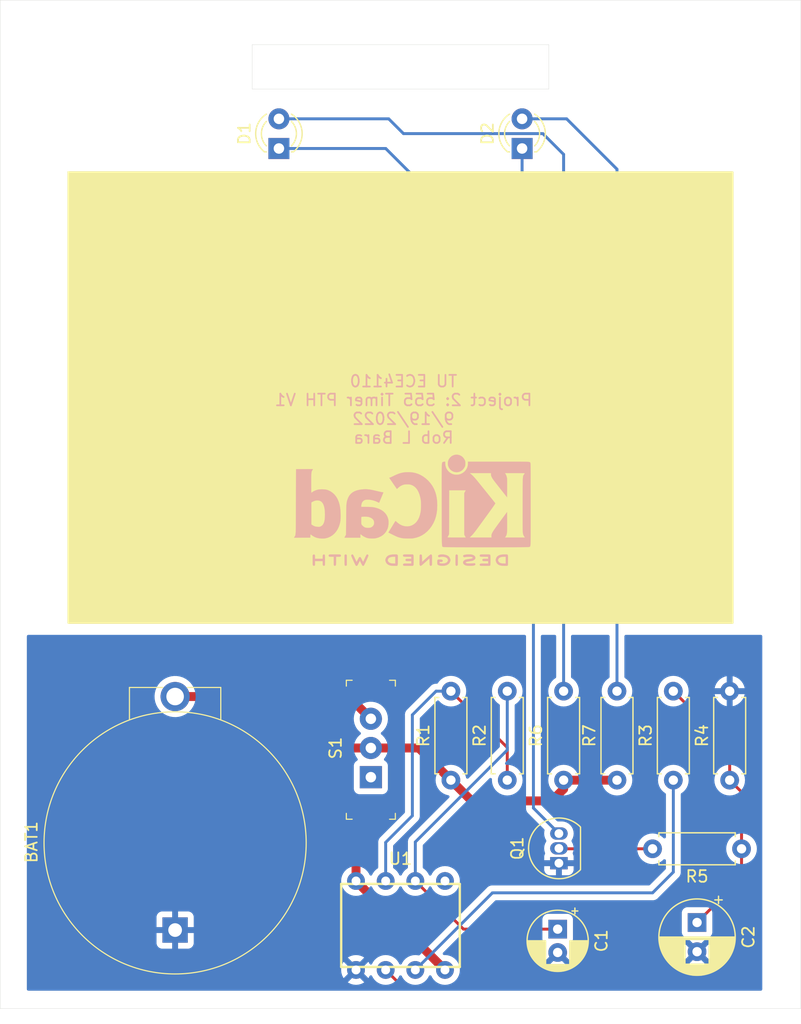
<source format=kicad_pcb>
(kicad_pcb (version 20211014) (generator pcbnew)
  (layers (0 "F.Cu" signal) (31 "B.Cu" signal) (34 "B.Paste" user) (35 "F.Paste" user) (36 "B.SilkS" user "B.Silkscreen") (37 "F.SilkS" user "F.Silkscreen") (38 "B.Mask" user) (39 "F.Mask" user) (44 "Edge.Cuts" user))
  (net 0 "")
  (net 1 "GND")
  (net 2 "Net-(BAT1-PadPos)")
  (net 3 "Net-(C1-Pad1)")
  (net 4 "Net-(C2-Pad1)")
  (net 5 "Net-(D1-Pad1)")
  (net 6 "Net-(D1-Pad2)")
  (net 7 "Net-(D2-Pad2)")
  (net 8 "Net-(Q1-Pad2)")
  (net 9 "VCC")
  (net 10 "Net-(R1-Pad2)")
  (net 11 "Net-(R3-Pad1)")
  (footprint "Resistor_THT:R_Axial_DIN0207_L6.3mm_D2.5mm_P7.62mm_Horizontal" (layer "F.Cu") (at 171.45 94.272 180)
    (fp_text reference "R5" (at 3.81 -2.37) (layer "F.SilkS"))
    (fp_text value "10k")
    (pad "1" thru_hole circle (at 0 0 180) (size 1.6 1.6) (drill 0.8) (layers *.Cu *.Mask) (net 4 "Net-(C2-Pad1)"))
    (pad "2" thru_hole oval (at 7.62 0 180) (size 1.6 1.6) (drill 0.8) (layers *.Cu *.Mask) (net 8 "Net-(Q1-Pad2)"))
  )
  (footprint "Resistor_THT:R_Axial_DIN0207_L6.3mm_D2.5mm_P7.62mm_Horizontal" (layer "F.Cu") (at 156.21 88.392 90)
    (fp_text reference "R6" (at 3.81 -2.37 90) (layer "F.SilkS"))
    (fp_text value "100")
    (pad "1" thru_hole circle (at 0 0 90) (size 1.6 1.6) (drill 0.8) (layers *.Cu *.Mask) (net 9 "VCC"))
    (pad "2" thru_hole oval (at 7.62 0 90) (size 1.6 1.6) (drill 0.8) (layers *.Cu *.Mask) (net 6 "Net-(D1-Pad2)"))
  )
  (footprint "Capacitor_THT:CP_Radial_D5.0mm_P2.00mm" (layer "F.Cu") (at 155.702 101.152888 -90)
    (fp_text reference "C1" (at 1 -3.75 90) (layer "F.SilkS"))
    (fp_text value "10uF")
    (pad "1" thru_hole rect (at 0 0 270) (size 1.6 1.6) (drill 0.8) (layers *.Cu *.Mask) (net 3 "Net-(C1-Pad1)"))
    (pad "2" thru_hole circle (at 2 0 270) (size 1.6 1.6) (drill 0.8) (layers *.Cu *.Mask) (net 1 "GND"))
  )
  (footprint "Resistor_THT:R_Axial_DIN0207_L6.3mm_D2.5mm_P7.62mm_Horizontal" (layer "F.Cu") (at 160.782 88.392 90)
    (fp_text reference "R7" (at 3.81 -2.37 90) (layer "F.SilkS"))
    (fp_text value "100")
    (pad "1" thru_hole circle (at 0 0 90) (size 1.6 1.6) (drill 0.8) (layers *.Cu *.Mask) (net 9 "VCC"))
    (pad "2" thru_hole oval (at 7.62 0 90) (size 1.6 1.6) (drill 0.8) (layers *.Cu *.Mask) (net 7 "Net-(D2-Pad2)"))
  )
  (footprint "digikey-footprints:Battery_Holder_Coin_2032_BS-7" (layer "F.Cu") (at 122.936 101.2317 90)
    (fp_text reference "BAT1" (at 7.52856 -12.3063 90) (layer "F.SilkS"))
    (fp_text value "BS-7")
    (pad "Neg" thru_hole rect locked (at 0 0 90) (size 2.17 2.17) (drill 1.17) (layers *.Cu *.Mask) (net 1 "GND"))
    (pad "Pos" thru_hole circle locked (at 20 0 90) (size 2.5 2.5) (drill 1.5) (layers *.Cu *.Mask) (net 2 "Net-(BAT1-PadPos)"))
  )
  (footprint "Resistor_THT:R_Axial_DIN0207_L6.3mm_D2.5mm_P7.62mm_Horizontal" (layer "F.Cu") (at 146.558 88.392 90)
    (fp_text reference "R1" (at 3.81 -2.37 90) (layer "F.SilkS"))
    (fp_text value "22k")
    (pad "1" thru_hole circle (at 0 0 90) (size 1.6 1.6) (drill 0.8) (layers *.Cu *.Mask) (net 9 "VCC"))
    (pad "2" thru_hole oval (at 7.62 0 90) (size 1.6 1.6) (drill 0.8) (layers *.Cu *.Mask) (net 10 "Net-(R1-Pad2)"))
  )
  (footprint "Package_TO_SOT_THT:TO-92_Inline" (layer "F.Cu") (at 155.808 95.504 90)
    (fp_text reference "Q1" (at 1.27 -3.56 90) (layer "F.SilkS"))
    (fp_text value "2N3904")
    (pad "1" thru_hole rect (at 0 0 90) (size 1.05 1.5) (drill 0.75) (layers *.Cu *.Mask) (net 1 "GND"))
    (pad "2" thru_hole oval (at 1.27 0 90) (size 1.05 1.5) (drill 0.75) (layers *.Cu *.Mask) (net 8 "Net-(Q1-Pad2)"))
    (pad "3" thru_hole oval (at 2.54 0 90) (size 1.05 1.5) (drill 0.75) (layers *.Cu *.Mask) (net 5 "Net-(D1-Pad1)"))
  )
  (footprint "LED_THT:LED_D3.0mm" (layer "F.Cu") (at 152.654 34.295 90)
    (fp_text reference "D2" (at 1.27 -2.96 90) (layer "F.SilkS"))
    (fp_text value "RED")
    (pad "1" thru_hole rect (at 0 0 90) (size 1.8 1.8) (drill 0.9) (layers *.Cu *.Mask) (net 5 "Net-(D1-Pad1)"))
    (pad "2" thru_hole circle (at 2.54 0 90) (size 1.8 1.8) (drill 0.9) (layers *.Cu *.Mask) (net 7 "Net-(D2-Pad2)"))
  )
  (footprint "Resistor_THT:R_Axial_DIN0207_L6.3mm_D2.5mm_P7.62mm_Horizontal" (layer "F.Cu") (at 170.434 88.392 90)
    (fp_text reference "R4" (at 3.81 -2.37 90) (layer "F.SilkS"))
    (fp_text value "100k")
    (pad "1" thru_hole circle (at 0 0 90) (size 1.6 1.6) (drill 0.8) (layers *.Cu *.Mask) (net 4 "Net-(C2-Pad1)"))
    (pad "2" thru_hole oval (at 7.62 0 90) (size 1.6 1.6) (drill 0.8) (layers *.Cu *.Mask) (net 1 "GND"))
  )
  (footprint "LED_THT:LED_D3.0mm" (layer "F.Cu") (at 131.826 34.295 90)
    (fp_text reference "D1" (at 1.27 -2.96 90) (layer "F.SilkS"))
    (fp_text value "RED")
    (pad "1" thru_hole rect (at 0 0 90) (size 1.8 1.8) (drill 0.9) (layers *.Cu *.Mask) (net 5 "Net-(D1-Pad1)"))
    (pad "2" thru_hole circle (at 2.54 0 90) (size 1.8 1.8) (drill 0.9) (layers *.Cu *.Mask) (net 6 "Net-(D1-Pad2)"))
  )
  (footprint "Project 2 555 Timer PTH:ICM7555-PDIP" (layer "F.Cu") (at 142.24 100.838)
    (fp_text reference "U1" (at 0 -5.715 unlocked) (layer "F.SilkS"))
    (fp_text value "7555")
    (pad "1" thru_hole circle (at -3.81 3.81) (size 1.524 1.524) (drill 0.762) (layers *.Cu *.Mask) (net 1 "GND"))
    (pad "2" thru_hole circle (at -1.27 3.81) (size 1.524 1.524) (drill 0.762) (layers *.Cu *.Mask) (net 3 "Net-(C1-Pad1)"))
    (pad "3" thru_hole circle (at 1.27 3.81) (size 1.524 1.524) (drill 0.762) (layers *.Cu *.Mask) (net 11 "Net-(R3-Pad1)"))
    (pad "4" thru_hole circle (at 3.81 3.81) (size 1.524 1.524) (drill 0.762) (layers *.Cu *.Mask) (net 9 "VCC"))
    (pad "5" thru_hole circle (at 3.81 -3.81) (size 1.524 1.524) (drill 0.762) (layers *.Cu *.Mask))
    (pad "6" thru_hole circle (at 1.27 -3.81) (size 1.524 1.524) (drill 0.762) (layers *.Cu *.Mask) (net 3 "Net-(C1-Pad1)"))
    (pad "7" thru_hole circle (at -1.27 -3.81) (size 1.524 1.524) (drill 0.762) (layers *.Cu *.Mask) (net 10 "Net-(R1-Pad2)"))
    (pad "8" thru_hole circle (at -3.81 -3.81) (size 1.524 1.524) (drill 0.762) (layers *.Cu *.Mask) (net 9 "VCC"))
  )
  (footprint "digikey-footprints:Switch_Slide_11.6x4mm_EG1218" (layer "F.Cu") (at 139.7 88.138 90)
    (fp_text reference "S1" (at 2.49 -3.02 90) (layer "F.SilkS"))
    (fp_text value "EG1218")
    (pad "1" thru_hole rect locked (at 0 0 90) (size 1.9 1.9) (drill 0.9) (layers *.Cu *.Mask))
    (pad "2" thru_hole circle locked (at 2.5 0 90) (size 1.9 1.9) (drill 0.9) (layers *.Cu *.Mask) (net 9 "VCC"))
    (pad "3" thru_hole circle locked (at 5 0 90) (size 1.9 1.9) (drill 0.9) (layers *.Cu *.Mask) (net 2 "Net-(BAT1-PadPos)"))
  )
  (footprint "Capacitor_THT:CP_Radial_D6.3mm_P2.50mm" (layer "F.Cu") (at 167.64 100.584 -90)
    (fp_text reference "C2" (at 1.25 -4.4 90) (layer "F.SilkS"))
    (fp_text value "100uF")
    (pad "1" thru_hole rect (at 0 0 270) (size 1.6 1.6) (drill 0.8) (layers *.Cu *.Mask) (net 4 "Net-(C2-Pad1)"))
    (pad "2" thru_hole circle (at 2.5 0 270) (size 1.6 1.6) (drill 0.8) (layers *.Cu *.Mask) (net 1 "GND"))
  )
  (footprint "Resistor_THT:R_Axial_DIN0207_L6.3mm_D2.5mm_P7.62mm_Horizontal" (layer "F.Cu") (at 151.384 88.392 90)
    (fp_text reference "R2" (at 3.81 -2.37 90) (layer "F.SilkS"))
    (fp_text value "330k")
    (pad "1" thru_hole circle (at 0 0 90) (size 1.6 1.6) (drill 0.8) (layers *.Cu *.Mask) (net 10 "Net-(R1-Pad2)"))
    (pad "2" thru_hole oval (at 7.62 0 90) (size 1.6 1.6) (drill 0.8) (layers *.Cu *.Mask) (net 3 "Net-(C1-Pad1)"))
  )
  (footprint "Resistor_THT:R_Axial_DIN0207_L6.3mm_D2.5mm_P7.62mm_Horizontal" (layer "F.Cu") (at 165.608 88.392 90)
    (fp_text reference "R3" (at 3.81 -2.37 90) (layer "F.SilkS"))
    (fp_text value "22k")
    (pad "1" thru_hole circle (at 0 0 90) (size 1.6 1.6) (drill 0.8) (layers *.Cu *.Mask) (net 11 "Net-(R3-Pad1)"))
    (pad "2" thru_hole oval (at 7.62 0 90) (size 1.6 1.6) (drill 0.8) (layers *.Cu *.Mask) (net 4 "Net-(C2-Pad1)"))
  )
  (footprint "Symbol:KiCad-Logo2_8mm_SilkScreen" (layer "B.Cu") (at 143.265893 64.454424 180)
    (fp_text reference "REF**" hide)
    (fp_text value "KiCad-Logo2_8mm_SilkScreen" hide)
  )
  (gr_rect (start 113.792 36.322) (end 170.688 74.93) (layer "F.SilkS") (width 0.15) (fill none))
  (gr_line (start 107.95 21.59) (end 107.95 107.95) (layer "Edge.Cuts") (width 0.0254))
  (gr_line (start 176.53 21.59) (end 176.53 107.95) (layer "Edge.Cuts") (width 0.0254))
  (gr_line (start 107.95 107.95) (end 176.53 107.95) (layer "Edge.Cuts") (width 0.0254))
  (gr_line (start 129.54 29.21) (end 154.94 29.21) (layer "Edge.Cuts") (width 0.0254))
  (gr_line (start 129.54 25.4) (end 154.94 25.4) (layer "Edge.Cuts") (width 0.0254))
  (gr_line (start 154.94 25.4) (end 154.94 29.21) (layer "Edge.Cuts") (width 0.0254))
  (gr_line (start 129.54 25.4) (end 129.54 29.21) (layer "Edge.Cuts") (width 0.0254))
  (gr_line (start 107.95 21.59) (end 176.53 21.59) (layer "Edge.Cuts") (width 0.0254))
  (gr_text "TU ECE4110\nProject 2: 555 Timer PTH V1\n9/19/2022\nRob L Bara" (at 142.494 56.642) (layer "B.SilkS") (effects (font (size 1 1)) (justify mirror)))
  (segment (start 122.936 81.2317) (end 137.7937 81.2317) (width 0.762) (layer "F.Cu") (net 2))
  (segment (start 137.7937 81.2317) (end 139.7 83.138) (width 0.762) (layer "F.Cu") (net 2))
  (segment (start 143.51 97.028) (end 147.634888 101.152888) (width 0.25) (layer "F.Cu") (net 3))
  (segment (start 142.494 106.172) (end 147.695776 106.172) (width 0.25) (layer "F.Cu") (net 3))
  (segment (start 147.695776 106.172) (end 152.714888 101.152888) (width 0.25) (layer "F.Cu") (net 3))
  (segment (start 140.97 104.648) (end 142.494 106.172) (width 0.25) (layer "F.Cu") (net 3))
  (segment (start 147.634888 101.152888) (end 152.714888 101.152888) (width 0.25) (layer "F.Cu") (net 3))
  (segment (start 152.714888 101.152888) (end 155.702 101.152888) (width 0.25) (layer "F.Cu") (net 3))
  (segment (start 151.384 80.772) (end 151.384 85.814602) (width 0.25) (layer "B.Cu") (net 3))
  (segment (start 151.384 85.814602) (end 143.51 93.688602) (width 0.25) (layer "B.Cu") (net 3))
  (segment (start 143.51 93.688602) (end 143.51 97.028) (width 0.25) (layer "B.Cu") (net 3))
  (segment (start 171.45 89.408) (end 170.434 88.392) (width 0.25) (layer "F.Cu") (net 4))
  (segment (start 170.434 85.598) (end 170.434 88.392) (width 0.25) (layer "F.Cu") (net 4))
  (segment (start 165.608 80.772) (end 170.434 85.598) (width 0.25) (layer "F.Cu") (net 4))
  (segment (start 171.45 94.272) (end 171.45 89.408) (width 0.25) (layer "F.Cu") (net 4))
  (segment (start 167.64 100.584) (end 171.45 96.774) (width 0.25) (layer "F.Cu") (net 4))
  (segment (start 171.45 96.774) (end 171.45 94.272) (width 0.25) (layer "F.Cu") (net 4))
  (segment (start 145.796 39.116) (end 152.4 39.116) (width 0.25) (layer "B.Cu") (net 5))
  (segment (start 131.826 34.295) (end 140.975 34.295) (width 0.25) (layer "B.Cu") (net 5))
  (segment (start 140.975 34.295) (end 145.796 39.116) (width 0.25) (layer "B.Cu") (net 5))
  (segment (start 152.654 34.295) (end 152.654 38.862) (width 0.25) (layer "B.Cu") (net 5))
  (segment (start 152.4 39.116) (end 153.625 40.341) (width 0.25) (layer "B.Cu") (net 5))
  (segment (start 153.625 90.781) (end 155.808 92.964) (width 0.25) (layer "B.Cu") (net 5))
  (segment (start 152.654 38.862) (end 152.4 39.116) (width 0.25) (layer "B.Cu") (net 5))
  (segment (start 153.625 40.341) (end 153.625 90.781) (width 0.25) (layer "B.Cu") (net 5))
  (segment (start 131.826 31.755) (end 141.229 31.755) (width 0.25) (layer "B.Cu") (net 6))
  (segment (start 154.432 33.02) (end 156.21 34.798) (width 0.25) (layer "B.Cu") (net 6))
  (segment (start 142.494 33.02) (end 154.432 33.02) (width 0.25) (layer "B.Cu") (net 6))
  (segment (start 141.229 31.755) (end 142.494 33.02) (width 0.25) (layer "B.Cu") (net 6))
  (segment (start 156.21 34.798) (end 156.21 80.772) (width 0.25) (layer "B.Cu") (net 6))
  (segment (start 156.469 31.755) (end 160.782 36.068) (width 0.25) (layer "B.Cu") (net 7))
  (segment (start 160.782 36.068) (end 160.782 80.772) (width 0.25) (layer "B.Cu") (net 7))
  (segment (start 152.654 31.755) (end 156.469 31.755) (width 0.25) (layer "B.Cu") (net 7))
  (segment (start 155.846 94.272) (end 155.808 94.234) (width 0.25) (layer "F.Cu") (net 8))
  (segment (start 163.83 94.272) (end 155.846 94.272) (width 0.25) (layer "F.Cu") (net 8))
  (segment (start 155.194 90.17) (end 156.21 89.154) (width 0.762) (layer "F.Cu") (net 9))
  (segment (start 143.804 85.638) (end 146.558 88.392) (width 0.762) (layer "F.Cu") (net 9))
  (segment (start 138.136 85.638) (end 139.7 85.638) (width 0.762) (layer "F.Cu") (net 9))
  (segment (start 146.558 88.392) (end 148.336 90.17) (width 0.762) (layer "F.Cu") (net 9))
  (segment (start 148.336 90.17) (end 155.194 90.17) (width 0.762) (layer "F.Cu") (net 9))
  (segment (start 136.398 87.376) (end 138.136 85.638) (width 0.762) (layer "F.Cu") (net 9))
  (segment (start 138.43 97.028) (end 146.05 104.648) (width 0.762) (layer "F.Cu") (net 9))
  (segment (start 138.43 97.028) (end 138.43 93.98) (width 0.762) (layer "F.Cu") (net 9))
  (segment (start 138.43 93.98) (end 136.398 91.948) (width 0.762) (layer "F.Cu") (net 9))
  (segment (start 136.398 91.948) (end 136.398 87.376) (width 0.762) (layer "F.Cu") (net 9))
  (segment (start 160.782 88.392) (end 156.21 88.392) (width 0.762) (layer "F.Cu") (net 9))
  (segment (start 139.7 85.638) (end 143.804 85.638) (width 0.762) (layer "F.Cu") (net 9))
  (segment (start 156.21 89.154) (end 156.21 88.392) (width 0.762) (layer "F.Cu") (net 9))
  (segment (start 151.384 88.392) (end 151.384 85.598) (width 0.25) (layer "F.Cu") (net 10))
  (segment (start 151.384 85.598) (end 146.558 80.772) (width 0.25) (layer "F.Cu") (net 10))
  (segment (start 145.288 80.772) (end 146.558 80.772) (width 0.25) (layer "B.Cu") (net 10))
  (segment (start 143.256 91.44) (end 143.256 82.804) (width 0.25) (layer "B.Cu") (net 10))
  (segment (start 140.97 93.726) (end 143.256 91.44) (width 0.25) (layer "B.Cu") (net 10))
  (segment (start 140.97 97.028) (end 140.97 93.726) (width 0.25) (layer "B.Cu") (net 10))
  (segment (start 143.256 82.804) (end 145.288 80.772) (width 0.25) (layer "B.Cu") (net 10))
  (segment (start 163.83 98.044) (end 165.608 96.266) (width 0.25) (layer "B.Cu") (net 11))
  (segment (start 165.608 96.266) (end 165.608 88.392) (width 0.25) (layer "B.Cu") (net 11))
  (segment (start 143.51 104.648) (end 150.114 98.044) (width 0.25) (layer "B.Cu") (net 11))
  (segment (start 150.114 98.044) (end 163.83 98.044) (width 0.25) (layer "B.Cu") (net 11))
  (zone (net 1) (net_name "GND") (layer "B.Cu") (name "GND") (connect_pads (clearance 0.508)) (min_thickness 0.254) (fill yes (thermal_gap 0.508) (thermal_bridge_width 0.508))
    (polygon (pts (xy 173.228 106.426) (xy 110.236 106.426) (xy 110.236 75.946) (xy 173.228 75.946)))
  )
  (zone (net 0) (net_name "") (layers "F.SilkS" "F.CrtYd") (connect_pads (clearance 0.508)) (min_thickness 0.254) (fill yes (thermal_gap 0.508) (thermal_bridge_width 0.508))
    (polygon (pts (xy 170.688 74.93) (xy 113.792 74.93) (xy 113.792 36.322) (xy 170.688 36.322)))
  )
)
</source>
